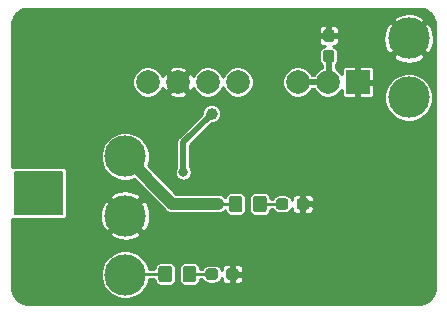
<source format=gbr>
G04 #@! TF.GenerationSoftware,KiCad,Pcbnew,5.1.5-52549c5~86~ubuntu18.04.1*
G04 #@! TF.CreationDate,2020-04-26T14:43:08+02:00*
G04 #@! TF.ProjectId,dcdc_7909,64636463-5f37-4393-9039-2e6b69636164,rev?*
G04 #@! TF.SameCoordinates,Original*
G04 #@! TF.FileFunction,Copper,L2,Bot*
G04 #@! TF.FilePolarity,Positive*
%FSLAX46Y46*%
G04 Gerber Fmt 4.6, Leading zero omitted, Abs format (unit mm)*
G04 Created by KiCad (PCBNEW 5.1.5-52549c5~86~ubuntu18.04.1) date 2020-04-26 14:43:08*
%MOMM*%
%LPD*%
G04 APERTURE LIST*
%ADD10C,2.000000*%
%ADD11R,2.000000X2.000000*%
%ADD12C,0.100000*%
%ADD13C,3.500120*%
%ADD14C,0.700000*%
%ADD15C,0.800000*%
%ADD16C,0.900000*%
%ADD17C,1.000000*%
%ADD18C,0.508000*%
%ADD19C,1.016000*%
%ADD20C,0.254000*%
%ADD21C,0.200000*%
G04 APERTURE END LIST*
D10*
X91122500Y-60706000D03*
X93662500Y-60706000D03*
X96202500Y-60706000D03*
X98742500Y-60706000D03*
X103822500Y-60706000D03*
X106362500Y-60706000D03*
D11*
X108902500Y-60706000D03*
G04 #@! TA.AperFunction,SMDPad,CuDef*
D12*
G36*
X106686779Y-56245144D02*
G01*
X106709834Y-56248563D01*
X106732443Y-56254227D01*
X106754387Y-56262079D01*
X106775457Y-56272044D01*
X106795448Y-56284026D01*
X106814168Y-56297910D01*
X106831438Y-56313562D01*
X106847090Y-56330832D01*
X106860974Y-56349552D01*
X106872956Y-56369543D01*
X106882921Y-56390613D01*
X106890773Y-56412557D01*
X106896437Y-56435166D01*
X106899856Y-56458221D01*
X106901000Y-56481500D01*
X106901000Y-57056500D01*
X106899856Y-57079779D01*
X106896437Y-57102834D01*
X106890773Y-57125443D01*
X106882921Y-57147387D01*
X106872956Y-57168457D01*
X106860974Y-57188448D01*
X106847090Y-57207168D01*
X106831438Y-57224438D01*
X106814168Y-57240090D01*
X106795448Y-57253974D01*
X106775457Y-57265956D01*
X106754387Y-57275921D01*
X106732443Y-57283773D01*
X106709834Y-57289437D01*
X106686779Y-57292856D01*
X106663500Y-57294000D01*
X106188500Y-57294000D01*
X106165221Y-57292856D01*
X106142166Y-57289437D01*
X106119557Y-57283773D01*
X106097613Y-57275921D01*
X106076543Y-57265956D01*
X106056552Y-57253974D01*
X106037832Y-57240090D01*
X106020562Y-57224438D01*
X106004910Y-57207168D01*
X105991026Y-57188448D01*
X105979044Y-57168457D01*
X105969079Y-57147387D01*
X105961227Y-57125443D01*
X105955563Y-57102834D01*
X105952144Y-57079779D01*
X105951000Y-57056500D01*
X105951000Y-56481500D01*
X105952144Y-56458221D01*
X105955563Y-56435166D01*
X105961227Y-56412557D01*
X105969079Y-56390613D01*
X105979044Y-56369543D01*
X105991026Y-56349552D01*
X106004910Y-56330832D01*
X106020562Y-56313562D01*
X106037832Y-56297910D01*
X106056552Y-56284026D01*
X106076543Y-56272044D01*
X106097613Y-56262079D01*
X106119557Y-56254227D01*
X106142166Y-56248563D01*
X106165221Y-56245144D01*
X106188500Y-56244000D01*
X106663500Y-56244000D01*
X106686779Y-56245144D01*
G37*
G04 #@! TD.AperFunction*
G04 #@! TA.AperFunction,SMDPad,CuDef*
G36*
X106686779Y-57995144D02*
G01*
X106709834Y-57998563D01*
X106732443Y-58004227D01*
X106754387Y-58012079D01*
X106775457Y-58022044D01*
X106795448Y-58034026D01*
X106814168Y-58047910D01*
X106831438Y-58063562D01*
X106847090Y-58080832D01*
X106860974Y-58099552D01*
X106872956Y-58119543D01*
X106882921Y-58140613D01*
X106890773Y-58162557D01*
X106896437Y-58185166D01*
X106899856Y-58208221D01*
X106901000Y-58231500D01*
X106901000Y-58806500D01*
X106899856Y-58829779D01*
X106896437Y-58852834D01*
X106890773Y-58875443D01*
X106882921Y-58897387D01*
X106872956Y-58918457D01*
X106860974Y-58938448D01*
X106847090Y-58957168D01*
X106831438Y-58974438D01*
X106814168Y-58990090D01*
X106795448Y-59003974D01*
X106775457Y-59015956D01*
X106754387Y-59025921D01*
X106732443Y-59033773D01*
X106709834Y-59039437D01*
X106686779Y-59042856D01*
X106663500Y-59044000D01*
X106188500Y-59044000D01*
X106165221Y-59042856D01*
X106142166Y-59039437D01*
X106119557Y-59033773D01*
X106097613Y-59025921D01*
X106076543Y-59015956D01*
X106056552Y-59003974D01*
X106037832Y-58990090D01*
X106020562Y-58974438D01*
X106004910Y-58957168D01*
X105991026Y-58938448D01*
X105979044Y-58918457D01*
X105969079Y-58897387D01*
X105961227Y-58875443D01*
X105955563Y-58852834D01*
X105952144Y-58829779D01*
X105951000Y-58806500D01*
X105951000Y-58231500D01*
X105952144Y-58208221D01*
X105955563Y-58185166D01*
X105961227Y-58162557D01*
X105969079Y-58140613D01*
X105979044Y-58119543D01*
X105991026Y-58099552D01*
X106004910Y-58080832D01*
X106020562Y-58063562D01*
X106037832Y-58047910D01*
X106056552Y-58034026D01*
X106076543Y-58022044D01*
X106097613Y-58012079D01*
X106119557Y-58004227D01*
X106142166Y-57998563D01*
X106165221Y-57995144D01*
X106188500Y-57994000D01*
X106663500Y-57994000D01*
X106686779Y-57995144D01*
G37*
G04 #@! TD.AperFunction*
G04 #@! TA.AperFunction,SMDPad,CuDef*
G36*
X102799779Y-70552144D02*
G01*
X102822834Y-70555563D01*
X102845443Y-70561227D01*
X102867387Y-70569079D01*
X102888457Y-70579044D01*
X102908448Y-70591026D01*
X102927168Y-70604910D01*
X102944438Y-70620562D01*
X102960090Y-70637832D01*
X102973974Y-70656552D01*
X102985956Y-70676543D01*
X102995921Y-70697613D01*
X103003773Y-70719557D01*
X103009437Y-70742166D01*
X103012856Y-70765221D01*
X103014000Y-70788500D01*
X103014000Y-71263500D01*
X103012856Y-71286779D01*
X103009437Y-71309834D01*
X103003773Y-71332443D01*
X102995921Y-71354387D01*
X102985956Y-71375457D01*
X102973974Y-71395448D01*
X102960090Y-71414168D01*
X102944438Y-71431438D01*
X102927168Y-71447090D01*
X102908448Y-71460974D01*
X102888457Y-71472956D01*
X102867387Y-71482921D01*
X102845443Y-71490773D01*
X102822834Y-71496437D01*
X102799779Y-71499856D01*
X102776500Y-71501000D01*
X102201500Y-71501000D01*
X102178221Y-71499856D01*
X102155166Y-71496437D01*
X102132557Y-71490773D01*
X102110613Y-71482921D01*
X102089543Y-71472956D01*
X102069552Y-71460974D01*
X102050832Y-71447090D01*
X102033562Y-71431438D01*
X102017910Y-71414168D01*
X102004026Y-71395448D01*
X101992044Y-71375457D01*
X101982079Y-71354387D01*
X101974227Y-71332443D01*
X101968563Y-71309834D01*
X101965144Y-71286779D01*
X101964000Y-71263500D01*
X101964000Y-70788500D01*
X101965144Y-70765221D01*
X101968563Y-70742166D01*
X101974227Y-70719557D01*
X101982079Y-70697613D01*
X101992044Y-70676543D01*
X102004026Y-70656552D01*
X102017910Y-70637832D01*
X102033562Y-70620562D01*
X102050832Y-70604910D01*
X102069552Y-70591026D01*
X102089543Y-70579044D01*
X102110613Y-70569079D01*
X102132557Y-70561227D01*
X102155166Y-70555563D01*
X102178221Y-70552144D01*
X102201500Y-70551000D01*
X102776500Y-70551000D01*
X102799779Y-70552144D01*
G37*
G04 #@! TD.AperFunction*
G04 #@! TA.AperFunction,SMDPad,CuDef*
G36*
X104549779Y-70552144D02*
G01*
X104572834Y-70555563D01*
X104595443Y-70561227D01*
X104617387Y-70569079D01*
X104638457Y-70579044D01*
X104658448Y-70591026D01*
X104677168Y-70604910D01*
X104694438Y-70620562D01*
X104710090Y-70637832D01*
X104723974Y-70656552D01*
X104735956Y-70676543D01*
X104745921Y-70697613D01*
X104753773Y-70719557D01*
X104759437Y-70742166D01*
X104762856Y-70765221D01*
X104764000Y-70788500D01*
X104764000Y-71263500D01*
X104762856Y-71286779D01*
X104759437Y-71309834D01*
X104753773Y-71332443D01*
X104745921Y-71354387D01*
X104735956Y-71375457D01*
X104723974Y-71395448D01*
X104710090Y-71414168D01*
X104694438Y-71431438D01*
X104677168Y-71447090D01*
X104658448Y-71460974D01*
X104638457Y-71472956D01*
X104617387Y-71482921D01*
X104595443Y-71490773D01*
X104572834Y-71496437D01*
X104549779Y-71499856D01*
X104526500Y-71501000D01*
X103951500Y-71501000D01*
X103928221Y-71499856D01*
X103905166Y-71496437D01*
X103882557Y-71490773D01*
X103860613Y-71482921D01*
X103839543Y-71472956D01*
X103819552Y-71460974D01*
X103800832Y-71447090D01*
X103783562Y-71431438D01*
X103767910Y-71414168D01*
X103754026Y-71395448D01*
X103742044Y-71375457D01*
X103732079Y-71354387D01*
X103724227Y-71332443D01*
X103718563Y-71309834D01*
X103715144Y-71286779D01*
X103714000Y-71263500D01*
X103714000Y-70788500D01*
X103715144Y-70765221D01*
X103718563Y-70742166D01*
X103724227Y-70719557D01*
X103732079Y-70697613D01*
X103742044Y-70676543D01*
X103754026Y-70656552D01*
X103767910Y-70637832D01*
X103783562Y-70620562D01*
X103800832Y-70604910D01*
X103819552Y-70591026D01*
X103839543Y-70579044D01*
X103860613Y-70569079D01*
X103882557Y-70561227D01*
X103905166Y-70555563D01*
X103928221Y-70552144D01*
X103951500Y-70551000D01*
X104526500Y-70551000D01*
X104549779Y-70552144D01*
G37*
G04 #@! TD.AperFunction*
G04 #@! TA.AperFunction,SMDPad,CuDef*
G36*
X98580779Y-76488144D02*
G01*
X98603834Y-76491563D01*
X98626443Y-76497227D01*
X98648387Y-76505079D01*
X98669457Y-76515044D01*
X98689448Y-76527026D01*
X98708168Y-76540910D01*
X98725438Y-76556562D01*
X98741090Y-76573832D01*
X98754974Y-76592552D01*
X98766956Y-76612543D01*
X98776921Y-76633613D01*
X98784773Y-76655557D01*
X98790437Y-76678166D01*
X98793856Y-76701221D01*
X98795000Y-76724500D01*
X98795000Y-77199500D01*
X98793856Y-77222779D01*
X98790437Y-77245834D01*
X98784773Y-77268443D01*
X98776921Y-77290387D01*
X98766956Y-77311457D01*
X98754974Y-77331448D01*
X98741090Y-77350168D01*
X98725438Y-77367438D01*
X98708168Y-77383090D01*
X98689448Y-77396974D01*
X98669457Y-77408956D01*
X98648387Y-77418921D01*
X98626443Y-77426773D01*
X98603834Y-77432437D01*
X98580779Y-77435856D01*
X98557500Y-77437000D01*
X97982500Y-77437000D01*
X97959221Y-77435856D01*
X97936166Y-77432437D01*
X97913557Y-77426773D01*
X97891613Y-77418921D01*
X97870543Y-77408956D01*
X97850552Y-77396974D01*
X97831832Y-77383090D01*
X97814562Y-77367438D01*
X97798910Y-77350168D01*
X97785026Y-77331448D01*
X97773044Y-77311457D01*
X97763079Y-77290387D01*
X97755227Y-77268443D01*
X97749563Y-77245834D01*
X97746144Y-77222779D01*
X97745000Y-77199500D01*
X97745000Y-76724500D01*
X97746144Y-76701221D01*
X97749563Y-76678166D01*
X97755227Y-76655557D01*
X97763079Y-76633613D01*
X97773044Y-76612543D01*
X97785026Y-76592552D01*
X97798910Y-76573832D01*
X97814562Y-76556562D01*
X97831832Y-76540910D01*
X97850552Y-76527026D01*
X97870543Y-76515044D01*
X97891613Y-76505079D01*
X97913557Y-76497227D01*
X97936166Y-76491563D01*
X97959221Y-76488144D01*
X97982500Y-76487000D01*
X98557500Y-76487000D01*
X98580779Y-76488144D01*
G37*
G04 #@! TD.AperFunction*
G04 #@! TA.AperFunction,SMDPad,CuDef*
G36*
X96830779Y-76488144D02*
G01*
X96853834Y-76491563D01*
X96876443Y-76497227D01*
X96898387Y-76505079D01*
X96919457Y-76515044D01*
X96939448Y-76527026D01*
X96958168Y-76540910D01*
X96975438Y-76556562D01*
X96991090Y-76573832D01*
X97004974Y-76592552D01*
X97016956Y-76612543D01*
X97026921Y-76633613D01*
X97034773Y-76655557D01*
X97040437Y-76678166D01*
X97043856Y-76701221D01*
X97045000Y-76724500D01*
X97045000Y-77199500D01*
X97043856Y-77222779D01*
X97040437Y-77245834D01*
X97034773Y-77268443D01*
X97026921Y-77290387D01*
X97016956Y-77311457D01*
X97004974Y-77331448D01*
X96991090Y-77350168D01*
X96975438Y-77367438D01*
X96958168Y-77383090D01*
X96939448Y-77396974D01*
X96919457Y-77408956D01*
X96898387Y-77418921D01*
X96876443Y-77426773D01*
X96853834Y-77432437D01*
X96830779Y-77435856D01*
X96807500Y-77437000D01*
X96232500Y-77437000D01*
X96209221Y-77435856D01*
X96186166Y-77432437D01*
X96163557Y-77426773D01*
X96141613Y-77418921D01*
X96120543Y-77408956D01*
X96100552Y-77396974D01*
X96081832Y-77383090D01*
X96064562Y-77367438D01*
X96048910Y-77350168D01*
X96035026Y-77331448D01*
X96023044Y-77311457D01*
X96013079Y-77290387D01*
X96005227Y-77268443D01*
X95999563Y-77245834D01*
X95996144Y-77222779D01*
X95995000Y-77199500D01*
X95995000Y-76724500D01*
X95996144Y-76701221D01*
X95999563Y-76678166D01*
X96005227Y-76655557D01*
X96013079Y-76633613D01*
X96023044Y-76612543D01*
X96035026Y-76592552D01*
X96048910Y-76573832D01*
X96064562Y-76556562D01*
X96081832Y-76540910D01*
X96100552Y-76527026D01*
X96120543Y-76515044D01*
X96141613Y-76505079D01*
X96163557Y-76497227D01*
X96186166Y-76491563D01*
X96209221Y-76488144D01*
X96232500Y-76487000D01*
X96807500Y-76487000D01*
X96830779Y-76488144D01*
G37*
G04 #@! TD.AperFunction*
D13*
X113200000Y-62010000D03*
X113200000Y-57010000D03*
X89200000Y-67010000D03*
X89200000Y-72010000D03*
X89200000Y-77010000D03*
G04 #@! TA.AperFunction,SMDPad,CuDef*
D12*
G36*
X100951505Y-70327204D02*
G01*
X100975773Y-70330804D01*
X100999572Y-70336765D01*
X101022671Y-70345030D01*
X101044850Y-70355520D01*
X101065893Y-70368132D01*
X101085599Y-70382747D01*
X101103777Y-70399223D01*
X101120253Y-70417401D01*
X101134868Y-70437107D01*
X101147480Y-70458150D01*
X101157970Y-70480329D01*
X101166235Y-70503428D01*
X101172196Y-70527227D01*
X101175796Y-70551495D01*
X101177000Y-70575999D01*
X101177000Y-71476001D01*
X101175796Y-71500505D01*
X101172196Y-71524773D01*
X101166235Y-71548572D01*
X101157970Y-71571671D01*
X101147480Y-71593850D01*
X101134868Y-71614893D01*
X101120253Y-71634599D01*
X101103777Y-71652777D01*
X101085599Y-71669253D01*
X101065893Y-71683868D01*
X101044850Y-71696480D01*
X101022671Y-71706970D01*
X100999572Y-71715235D01*
X100975773Y-71721196D01*
X100951505Y-71724796D01*
X100927001Y-71726000D01*
X100276999Y-71726000D01*
X100252495Y-71724796D01*
X100228227Y-71721196D01*
X100204428Y-71715235D01*
X100181329Y-71706970D01*
X100159150Y-71696480D01*
X100138107Y-71683868D01*
X100118401Y-71669253D01*
X100100223Y-71652777D01*
X100083747Y-71634599D01*
X100069132Y-71614893D01*
X100056520Y-71593850D01*
X100046030Y-71571671D01*
X100037765Y-71548572D01*
X100031804Y-71524773D01*
X100028204Y-71500505D01*
X100027000Y-71476001D01*
X100027000Y-70575999D01*
X100028204Y-70551495D01*
X100031804Y-70527227D01*
X100037765Y-70503428D01*
X100046030Y-70480329D01*
X100056520Y-70458150D01*
X100069132Y-70437107D01*
X100083747Y-70417401D01*
X100100223Y-70399223D01*
X100118401Y-70382747D01*
X100138107Y-70368132D01*
X100159150Y-70355520D01*
X100181329Y-70345030D01*
X100204428Y-70336765D01*
X100228227Y-70330804D01*
X100252495Y-70327204D01*
X100276999Y-70326000D01*
X100927001Y-70326000D01*
X100951505Y-70327204D01*
G37*
G04 #@! TD.AperFunction*
G04 #@! TA.AperFunction,SMDPad,CuDef*
G36*
X98901505Y-70327204D02*
G01*
X98925773Y-70330804D01*
X98949572Y-70336765D01*
X98972671Y-70345030D01*
X98994850Y-70355520D01*
X99015893Y-70368132D01*
X99035599Y-70382747D01*
X99053777Y-70399223D01*
X99070253Y-70417401D01*
X99084868Y-70437107D01*
X99097480Y-70458150D01*
X99107970Y-70480329D01*
X99116235Y-70503428D01*
X99122196Y-70527227D01*
X99125796Y-70551495D01*
X99127000Y-70575999D01*
X99127000Y-71476001D01*
X99125796Y-71500505D01*
X99122196Y-71524773D01*
X99116235Y-71548572D01*
X99107970Y-71571671D01*
X99097480Y-71593850D01*
X99084868Y-71614893D01*
X99070253Y-71634599D01*
X99053777Y-71652777D01*
X99035599Y-71669253D01*
X99015893Y-71683868D01*
X98994850Y-71696480D01*
X98972671Y-71706970D01*
X98949572Y-71715235D01*
X98925773Y-71721196D01*
X98901505Y-71724796D01*
X98877001Y-71726000D01*
X98226999Y-71726000D01*
X98202495Y-71724796D01*
X98178227Y-71721196D01*
X98154428Y-71715235D01*
X98131329Y-71706970D01*
X98109150Y-71696480D01*
X98088107Y-71683868D01*
X98068401Y-71669253D01*
X98050223Y-71652777D01*
X98033747Y-71634599D01*
X98019132Y-71614893D01*
X98006520Y-71593850D01*
X97996030Y-71571671D01*
X97987765Y-71548572D01*
X97981804Y-71524773D01*
X97978204Y-71500505D01*
X97977000Y-71476001D01*
X97977000Y-70575999D01*
X97978204Y-70551495D01*
X97981804Y-70527227D01*
X97987765Y-70503428D01*
X97996030Y-70480329D01*
X98006520Y-70458150D01*
X98019132Y-70437107D01*
X98033747Y-70417401D01*
X98050223Y-70399223D01*
X98068401Y-70382747D01*
X98088107Y-70368132D01*
X98109150Y-70355520D01*
X98131329Y-70345030D01*
X98154428Y-70336765D01*
X98178227Y-70330804D01*
X98202495Y-70327204D01*
X98226999Y-70326000D01*
X98877001Y-70326000D01*
X98901505Y-70327204D01*
G37*
G04 #@! TD.AperFunction*
G04 #@! TA.AperFunction,SMDPad,CuDef*
G36*
X94982505Y-76263204D02*
G01*
X95006773Y-76266804D01*
X95030572Y-76272765D01*
X95053671Y-76281030D01*
X95075850Y-76291520D01*
X95096893Y-76304132D01*
X95116599Y-76318747D01*
X95134777Y-76335223D01*
X95151253Y-76353401D01*
X95165868Y-76373107D01*
X95178480Y-76394150D01*
X95188970Y-76416329D01*
X95197235Y-76439428D01*
X95203196Y-76463227D01*
X95206796Y-76487495D01*
X95208000Y-76511999D01*
X95208000Y-77412001D01*
X95206796Y-77436505D01*
X95203196Y-77460773D01*
X95197235Y-77484572D01*
X95188970Y-77507671D01*
X95178480Y-77529850D01*
X95165868Y-77550893D01*
X95151253Y-77570599D01*
X95134777Y-77588777D01*
X95116599Y-77605253D01*
X95096893Y-77619868D01*
X95075850Y-77632480D01*
X95053671Y-77642970D01*
X95030572Y-77651235D01*
X95006773Y-77657196D01*
X94982505Y-77660796D01*
X94958001Y-77662000D01*
X94307999Y-77662000D01*
X94283495Y-77660796D01*
X94259227Y-77657196D01*
X94235428Y-77651235D01*
X94212329Y-77642970D01*
X94190150Y-77632480D01*
X94169107Y-77619868D01*
X94149401Y-77605253D01*
X94131223Y-77588777D01*
X94114747Y-77570599D01*
X94100132Y-77550893D01*
X94087520Y-77529850D01*
X94077030Y-77507671D01*
X94068765Y-77484572D01*
X94062804Y-77460773D01*
X94059204Y-77436505D01*
X94058000Y-77412001D01*
X94058000Y-76511999D01*
X94059204Y-76487495D01*
X94062804Y-76463227D01*
X94068765Y-76439428D01*
X94077030Y-76416329D01*
X94087520Y-76394150D01*
X94100132Y-76373107D01*
X94114747Y-76353401D01*
X94131223Y-76335223D01*
X94149401Y-76318747D01*
X94169107Y-76304132D01*
X94190150Y-76291520D01*
X94212329Y-76281030D01*
X94235428Y-76272765D01*
X94259227Y-76266804D01*
X94283495Y-76263204D01*
X94307999Y-76262000D01*
X94958001Y-76262000D01*
X94982505Y-76263204D01*
G37*
G04 #@! TD.AperFunction*
G04 #@! TA.AperFunction,SMDPad,CuDef*
G36*
X92932505Y-76263204D02*
G01*
X92956773Y-76266804D01*
X92980572Y-76272765D01*
X93003671Y-76281030D01*
X93025850Y-76291520D01*
X93046893Y-76304132D01*
X93066599Y-76318747D01*
X93084777Y-76335223D01*
X93101253Y-76353401D01*
X93115868Y-76373107D01*
X93128480Y-76394150D01*
X93138970Y-76416329D01*
X93147235Y-76439428D01*
X93153196Y-76463227D01*
X93156796Y-76487495D01*
X93158000Y-76511999D01*
X93158000Y-77412001D01*
X93156796Y-77436505D01*
X93153196Y-77460773D01*
X93147235Y-77484572D01*
X93138970Y-77507671D01*
X93128480Y-77529850D01*
X93115868Y-77550893D01*
X93101253Y-77570599D01*
X93084777Y-77588777D01*
X93066599Y-77605253D01*
X93046893Y-77619868D01*
X93025850Y-77632480D01*
X93003671Y-77642970D01*
X92980572Y-77651235D01*
X92956773Y-77657196D01*
X92932505Y-77660796D01*
X92908001Y-77662000D01*
X92257999Y-77662000D01*
X92233495Y-77660796D01*
X92209227Y-77657196D01*
X92185428Y-77651235D01*
X92162329Y-77642970D01*
X92140150Y-77632480D01*
X92119107Y-77619868D01*
X92099401Y-77605253D01*
X92081223Y-77588777D01*
X92064747Y-77570599D01*
X92050132Y-77550893D01*
X92037520Y-77529850D01*
X92027030Y-77507671D01*
X92018765Y-77484572D01*
X92012804Y-77460773D01*
X92009204Y-77436505D01*
X92008000Y-77412001D01*
X92008000Y-76511999D01*
X92009204Y-76487495D01*
X92012804Y-76463227D01*
X92018765Y-76439428D01*
X92027030Y-76416329D01*
X92037520Y-76394150D01*
X92050132Y-76373107D01*
X92064747Y-76353401D01*
X92081223Y-76335223D01*
X92099401Y-76318747D01*
X92119107Y-76304132D01*
X92140150Y-76291520D01*
X92162329Y-76281030D01*
X92185428Y-76272765D01*
X92209227Y-76266804D01*
X92233495Y-76263204D01*
X92257999Y-76262000D01*
X92908001Y-76262000D01*
X92932505Y-76263204D01*
G37*
G04 #@! TD.AperFunction*
D14*
X97790000Y-66929000D03*
X97790000Y-67691000D03*
X96266000Y-66929000D03*
X96266000Y-67691000D03*
X97028000Y-67691000D03*
X97028000Y-66929000D03*
X95504000Y-66929000D03*
X95504000Y-67691000D03*
D15*
X81915000Y-73596500D03*
D14*
X98552000Y-67691000D03*
X98552000Y-66929000D03*
X101600000Y-58420000D03*
X104140000Y-58420000D03*
X104140000Y-55880000D03*
X101600000Y-55880000D03*
X89916000Y-62357000D03*
X92456000Y-63500000D03*
X92456000Y-62357000D03*
X94996000Y-62357000D03*
X94996000Y-63500000D03*
X89916000Y-63500000D03*
X109220000Y-55880000D03*
X99060000Y-55880000D03*
X101600000Y-60960000D03*
X109220000Y-58420000D03*
X104140000Y-63500000D03*
X91440000Y-58420000D03*
X106680000Y-68580000D03*
X106680000Y-66040000D03*
X93980000Y-58420000D03*
X99060000Y-58547000D03*
X109220000Y-66040000D03*
X109220000Y-68580000D03*
X111760000Y-68580000D03*
X114300000Y-68580000D03*
X109220000Y-71120000D03*
X109220000Y-73660000D03*
X109220000Y-76200000D03*
X109220000Y-78740000D03*
X106680000Y-78740000D03*
X106680000Y-76200000D03*
X104140000Y-76200000D03*
X104140000Y-78740000D03*
X101600000Y-78740000D03*
X101600000Y-76200000D03*
X104140000Y-73660000D03*
X86106000Y-58928000D03*
X85090000Y-58928000D03*
X87122000Y-58928000D03*
X88138000Y-58928000D03*
X83566000Y-58928000D03*
X81788000Y-58928000D03*
X80010000Y-58928000D03*
X81788000Y-60198000D03*
X80010000Y-60198000D03*
X80010000Y-61468000D03*
X106680000Y-67310000D03*
X109220000Y-67310000D03*
X105410000Y-68580000D03*
X105410000Y-67310000D03*
X105410000Y-66040000D03*
X105410000Y-64770000D03*
X106680000Y-64770000D03*
X104140000Y-74930000D03*
X109220000Y-74930000D03*
X106680000Y-74930000D03*
X111760000Y-74676000D03*
X114300000Y-74676000D03*
X111760000Y-69850000D03*
X114300000Y-69850000D03*
X109220000Y-69850000D03*
X106680000Y-69850000D03*
X105410000Y-69850000D03*
X80010000Y-65024000D03*
X80010000Y-66294000D03*
X86868000Y-78232000D03*
X93472000Y-74930000D03*
X91948000Y-74930000D03*
X103378000Y-69850000D03*
X102870000Y-63500000D03*
X105410000Y-63500000D03*
X102870000Y-62484000D03*
X104140000Y-62484000D03*
X105410000Y-62484000D03*
X111760000Y-76200000D03*
X111760000Y-78740000D03*
X114300000Y-76200000D03*
X114300000Y-78740000D03*
X88900000Y-56896000D03*
X91440000Y-56896000D03*
X93980000Y-56896000D03*
X101600000Y-77470000D03*
X109220000Y-72390000D03*
X95250000Y-75438000D03*
X96520000Y-75438000D03*
X97790000Y-75438000D03*
X95250000Y-78486000D03*
X96520000Y-78486000D03*
X97790000Y-78486000D03*
X81280000Y-78232000D03*
X80010000Y-78232000D03*
X104140000Y-72390000D03*
X102616000Y-72390000D03*
X102616000Y-73660000D03*
X102616000Y-74930000D03*
D16*
X97028000Y-70993000D03*
D17*
X96520000Y-63373000D03*
D15*
X94107000Y-68326000D03*
D14*
X82994500Y-69659500D03*
X82994500Y-70421500D03*
X82232500Y-70421500D03*
X82232500Y-69659500D03*
X81470500Y-69659500D03*
X81470500Y-70421500D03*
X80708500Y-70421500D03*
X80708500Y-69659500D03*
D18*
X106426000Y-60642500D02*
X106362500Y-60706000D01*
X106426000Y-58519000D02*
X106426000Y-60642500D01*
X106362500Y-60706000D02*
X103822500Y-60706000D01*
X94107000Y-65786000D02*
X96520000Y-63373000D01*
X94107000Y-68326000D02*
X94107000Y-65786000D01*
D19*
X93183000Y-70993000D02*
X89200000Y-67010000D01*
X97028000Y-70993000D02*
X93183000Y-70993000D01*
D20*
X98519000Y-70993000D02*
X98552000Y-71026000D01*
X97028000Y-70993000D02*
X98519000Y-70993000D01*
X89248000Y-76962000D02*
X89200000Y-77010000D01*
X92583000Y-76962000D02*
X89248000Y-76962000D01*
X100602000Y-71026000D02*
X102489000Y-71026000D01*
X94633000Y-76962000D02*
X96520000Y-76962000D01*
G36*
X114284726Y-54500292D02*
G01*
X114494157Y-54550572D01*
X114693152Y-54632999D01*
X114876797Y-54745537D01*
X115040579Y-54885421D01*
X115180463Y-55049203D01*
X115293001Y-55232848D01*
X115375428Y-55431843D01*
X115425708Y-55641274D01*
X115443000Y-55860996D01*
X115443000Y-78124004D01*
X115425708Y-78343726D01*
X115375428Y-78553157D01*
X115293001Y-78752152D01*
X115180463Y-78935797D01*
X115040579Y-79099579D01*
X114876797Y-79239463D01*
X114693152Y-79352001D01*
X114494157Y-79434428D01*
X114284726Y-79484708D01*
X114065004Y-79502000D01*
X81006996Y-79502000D01*
X80787274Y-79484708D01*
X80577843Y-79434428D01*
X80378848Y-79352001D01*
X80195203Y-79239463D01*
X80031421Y-79099579D01*
X79891537Y-78935797D01*
X79778999Y-78752152D01*
X79696572Y-78553157D01*
X79646292Y-78343726D01*
X79629000Y-78124004D01*
X79629000Y-76805427D01*
X87122940Y-76805427D01*
X87122940Y-77214573D01*
X87202760Y-77615856D01*
X87359333Y-77993857D01*
X87586642Y-78334049D01*
X87875951Y-78623358D01*
X88216143Y-78850667D01*
X88594144Y-79007240D01*
X88995427Y-79087060D01*
X89404573Y-79087060D01*
X89805856Y-79007240D01*
X90183857Y-78850667D01*
X90524049Y-78623358D01*
X90813358Y-78334049D01*
X91040667Y-77993857D01*
X91197240Y-77615856D01*
X91236994Y-77416000D01*
X91679812Y-77416000D01*
X91690535Y-77524877D01*
X91723460Y-77633414D01*
X91776926Y-77733443D01*
X91848880Y-77821120D01*
X91936557Y-77893074D01*
X92036586Y-77946540D01*
X92145123Y-77979465D01*
X92257999Y-77990582D01*
X92908001Y-77990582D01*
X93020877Y-77979465D01*
X93129414Y-77946540D01*
X93229443Y-77893074D01*
X93317120Y-77821120D01*
X93389074Y-77733443D01*
X93442540Y-77633414D01*
X93475465Y-77524877D01*
X93486582Y-77412001D01*
X93486582Y-76511999D01*
X93729418Y-76511999D01*
X93729418Y-77412001D01*
X93740535Y-77524877D01*
X93773460Y-77633414D01*
X93826926Y-77733443D01*
X93898880Y-77821120D01*
X93986557Y-77893074D01*
X94086586Y-77946540D01*
X94195123Y-77979465D01*
X94307999Y-77990582D01*
X94958001Y-77990582D01*
X95070877Y-77979465D01*
X95179414Y-77946540D01*
X95279443Y-77893074D01*
X95367120Y-77821120D01*
X95439074Y-77733443D01*
X95492540Y-77633414D01*
X95525465Y-77524877D01*
X95536188Y-77416000D01*
X95709469Y-77416000D01*
X95709508Y-77416130D01*
X95761820Y-77513998D01*
X95832220Y-77599780D01*
X95918002Y-77670180D01*
X96015870Y-77722492D01*
X96122063Y-77754705D01*
X96232500Y-77765582D01*
X96807500Y-77765582D01*
X96917937Y-77754705D01*
X97024130Y-77722492D01*
X97121998Y-77670180D01*
X97207780Y-77599780D01*
X97278180Y-77513998D01*
X97330492Y-77416130D01*
X97362705Y-77309937D01*
X97363114Y-77305787D01*
X97362157Y-77437000D01*
X97369513Y-77511689D01*
X97391299Y-77583508D01*
X97426678Y-77649696D01*
X97474289Y-77707711D01*
X97532304Y-77755322D01*
X97598492Y-77790701D01*
X97670311Y-77812487D01*
X97745000Y-77819843D01*
X98047750Y-77818000D01*
X98143000Y-77722750D01*
X98143000Y-77089000D01*
X98397000Y-77089000D01*
X98397000Y-77722750D01*
X98492250Y-77818000D01*
X98795000Y-77819843D01*
X98869689Y-77812487D01*
X98941508Y-77790701D01*
X99007696Y-77755322D01*
X99065711Y-77707711D01*
X99113322Y-77649696D01*
X99148701Y-77583508D01*
X99170487Y-77511689D01*
X99177843Y-77437000D01*
X99176000Y-77184250D01*
X99080750Y-77089000D01*
X98397000Y-77089000D01*
X98143000Y-77089000D01*
X98123000Y-77089000D01*
X98123000Y-76835000D01*
X98143000Y-76835000D01*
X98143000Y-76201250D01*
X98397000Y-76201250D01*
X98397000Y-76835000D01*
X99080750Y-76835000D01*
X99176000Y-76739750D01*
X99177843Y-76487000D01*
X99170487Y-76412311D01*
X99148701Y-76340492D01*
X99113322Y-76274304D01*
X99065711Y-76216289D01*
X99007696Y-76168678D01*
X98941508Y-76133299D01*
X98869689Y-76111513D01*
X98795000Y-76104157D01*
X98492250Y-76106000D01*
X98397000Y-76201250D01*
X98143000Y-76201250D01*
X98047750Y-76106000D01*
X97745000Y-76104157D01*
X97670311Y-76111513D01*
X97598492Y-76133299D01*
X97532304Y-76168678D01*
X97474289Y-76216289D01*
X97426678Y-76274304D01*
X97391299Y-76340492D01*
X97369513Y-76412311D01*
X97362157Y-76487000D01*
X97363114Y-76618213D01*
X97362705Y-76614063D01*
X97330492Y-76507870D01*
X97278180Y-76410002D01*
X97207780Y-76324220D01*
X97121998Y-76253820D01*
X97024130Y-76201508D01*
X96917937Y-76169295D01*
X96807500Y-76158418D01*
X96232500Y-76158418D01*
X96122063Y-76169295D01*
X96015870Y-76201508D01*
X95918002Y-76253820D01*
X95832220Y-76324220D01*
X95761820Y-76410002D01*
X95709508Y-76507870D01*
X95709469Y-76508000D01*
X95536188Y-76508000D01*
X95525465Y-76399123D01*
X95492540Y-76290586D01*
X95439074Y-76190557D01*
X95367120Y-76102880D01*
X95279443Y-76030926D01*
X95179414Y-75977460D01*
X95070877Y-75944535D01*
X94958001Y-75933418D01*
X94307999Y-75933418D01*
X94195123Y-75944535D01*
X94086586Y-75977460D01*
X93986557Y-76030926D01*
X93898880Y-76102880D01*
X93826926Y-76190557D01*
X93773460Y-76290586D01*
X93740535Y-76399123D01*
X93729418Y-76511999D01*
X93486582Y-76511999D01*
X93475465Y-76399123D01*
X93442540Y-76290586D01*
X93389074Y-76190557D01*
X93317120Y-76102880D01*
X93229443Y-76030926D01*
X93129414Y-75977460D01*
X93020877Y-75944535D01*
X92908001Y-75933418D01*
X92257999Y-75933418D01*
X92145123Y-75944535D01*
X92036586Y-75977460D01*
X91936557Y-76030926D01*
X91848880Y-76102880D01*
X91776926Y-76190557D01*
X91723460Y-76290586D01*
X91690535Y-76399123D01*
X91679812Y-76508000D01*
X91217898Y-76508000D01*
X91197240Y-76404144D01*
X91040667Y-76026143D01*
X90813358Y-75685951D01*
X90524049Y-75396642D01*
X90183857Y-75169333D01*
X89805856Y-75012760D01*
X89404573Y-74932940D01*
X88995427Y-74932940D01*
X88594144Y-75012760D01*
X88216143Y-75169333D01*
X87875951Y-75396642D01*
X87586642Y-75685951D01*
X87359333Y-76026143D01*
X87202760Y-76404144D01*
X87122940Y-76805427D01*
X79629000Y-76805427D01*
X79629000Y-73543839D01*
X87845766Y-73543839D01*
X88046294Y-73814005D01*
X88420407Y-74004418D01*
X88824478Y-74118187D01*
X89242980Y-74150939D01*
X89659831Y-74101416D01*
X90059010Y-73971521D01*
X90353706Y-73814005D01*
X90554234Y-73543839D01*
X89200000Y-72189605D01*
X87845766Y-73543839D01*
X79629000Y-73543839D01*
X79629000Y-72287640D01*
X79645504Y-72296462D01*
X79680859Y-72311107D01*
X79742205Y-72329717D01*
X79806000Y-72336000D01*
X83897000Y-72336000D01*
X83960798Y-72329716D01*
X84022141Y-72311107D01*
X84057496Y-72296462D01*
X84114023Y-72266248D01*
X84163576Y-72225582D01*
X84204243Y-72176030D01*
X84234462Y-72119496D01*
X84249107Y-72084141D01*
X84258560Y-72052980D01*
X87059061Y-72052980D01*
X87108584Y-72469831D01*
X87238479Y-72869010D01*
X87395995Y-73163706D01*
X87666161Y-73364234D01*
X89020395Y-72010000D01*
X89379605Y-72010000D01*
X90733839Y-73364234D01*
X91004005Y-73163706D01*
X91194418Y-72789593D01*
X91308187Y-72385522D01*
X91340939Y-71967020D01*
X91291416Y-71550169D01*
X91161521Y-71150990D01*
X91004005Y-70856294D01*
X90733839Y-70655766D01*
X89379605Y-72010000D01*
X89020395Y-72010000D01*
X87666161Y-70655766D01*
X87395995Y-70856294D01*
X87205582Y-71230407D01*
X87091813Y-71634478D01*
X87059061Y-72052980D01*
X84258560Y-72052980D01*
X84267717Y-72022795D01*
X84274000Y-71959000D01*
X84274000Y-70476161D01*
X87845766Y-70476161D01*
X89200000Y-71830395D01*
X90554234Y-70476161D01*
X90353706Y-70205995D01*
X89979593Y-70015582D01*
X89575522Y-69901813D01*
X89157020Y-69869061D01*
X88740169Y-69918584D01*
X88340990Y-70048479D01*
X88046294Y-70205995D01*
X87845766Y-70476161D01*
X84274000Y-70476161D01*
X84274000Y-68249000D01*
X84267716Y-68185202D01*
X84249107Y-68123859D01*
X84234462Y-68088504D01*
X84204248Y-68031977D01*
X84163582Y-67982424D01*
X84114030Y-67941757D01*
X84057496Y-67911538D01*
X84022141Y-67896893D01*
X83960795Y-67878283D01*
X83897000Y-67872000D01*
X79806000Y-67872000D01*
X79742202Y-67878284D01*
X79680859Y-67896893D01*
X79645504Y-67911538D01*
X79629000Y-67920359D01*
X79629000Y-66805427D01*
X87122940Y-66805427D01*
X87122940Y-67214573D01*
X87202760Y-67615856D01*
X87359333Y-67993857D01*
X87586642Y-68334049D01*
X87875951Y-68623358D01*
X88216143Y-68850667D01*
X88594144Y-69007240D01*
X88995427Y-69087060D01*
X89404573Y-69087060D01*
X89805856Y-69007240D01*
X89954714Y-68945581D01*
X92563563Y-71554432D01*
X92589709Y-71586291D01*
X92716854Y-71690636D01*
X92861913Y-71768172D01*
X93019311Y-71815918D01*
X93141981Y-71828000D01*
X93141982Y-71828000D01*
X93183000Y-71832040D01*
X93224018Y-71828000D01*
X97069019Y-71828000D01*
X97191689Y-71815918D01*
X97349087Y-71768172D01*
X97494146Y-71690636D01*
X97621291Y-71586291D01*
X97655210Y-71544961D01*
X97659535Y-71588877D01*
X97692460Y-71697414D01*
X97745926Y-71797443D01*
X97817880Y-71885120D01*
X97905557Y-71957074D01*
X98005586Y-72010540D01*
X98114123Y-72043465D01*
X98226999Y-72054582D01*
X98877001Y-72054582D01*
X98989877Y-72043465D01*
X99098414Y-72010540D01*
X99198443Y-71957074D01*
X99286120Y-71885120D01*
X99358074Y-71797443D01*
X99411540Y-71697414D01*
X99444465Y-71588877D01*
X99455582Y-71476001D01*
X99455582Y-70575999D01*
X99698418Y-70575999D01*
X99698418Y-71476001D01*
X99709535Y-71588877D01*
X99742460Y-71697414D01*
X99795926Y-71797443D01*
X99867880Y-71885120D01*
X99955557Y-71957074D01*
X100055586Y-72010540D01*
X100164123Y-72043465D01*
X100276999Y-72054582D01*
X100927001Y-72054582D01*
X101039877Y-72043465D01*
X101148414Y-72010540D01*
X101248443Y-71957074D01*
X101336120Y-71885120D01*
X101408074Y-71797443D01*
X101461540Y-71697414D01*
X101494465Y-71588877D01*
X101505188Y-71480000D01*
X101678469Y-71480000D01*
X101678508Y-71480130D01*
X101730820Y-71577998D01*
X101801220Y-71663780D01*
X101887002Y-71734180D01*
X101984870Y-71786492D01*
X102091063Y-71818705D01*
X102201500Y-71829582D01*
X102776500Y-71829582D01*
X102886937Y-71818705D01*
X102993130Y-71786492D01*
X103090998Y-71734180D01*
X103176780Y-71663780D01*
X103247180Y-71577998D01*
X103299492Y-71480130D01*
X103331705Y-71373937D01*
X103332114Y-71369787D01*
X103331157Y-71501000D01*
X103338513Y-71575689D01*
X103360299Y-71647508D01*
X103395678Y-71713696D01*
X103443289Y-71771711D01*
X103501304Y-71819322D01*
X103567492Y-71854701D01*
X103639311Y-71876487D01*
X103714000Y-71883843D01*
X104016750Y-71882000D01*
X104112000Y-71786750D01*
X104112000Y-71153000D01*
X104366000Y-71153000D01*
X104366000Y-71786750D01*
X104461250Y-71882000D01*
X104764000Y-71883843D01*
X104838689Y-71876487D01*
X104910508Y-71854701D01*
X104976696Y-71819322D01*
X105034711Y-71771711D01*
X105082322Y-71713696D01*
X105117701Y-71647508D01*
X105139487Y-71575689D01*
X105146843Y-71501000D01*
X105145000Y-71248250D01*
X105049750Y-71153000D01*
X104366000Y-71153000D01*
X104112000Y-71153000D01*
X104092000Y-71153000D01*
X104092000Y-70899000D01*
X104112000Y-70899000D01*
X104112000Y-70265250D01*
X104366000Y-70265250D01*
X104366000Y-70899000D01*
X105049750Y-70899000D01*
X105145000Y-70803750D01*
X105146843Y-70551000D01*
X105139487Y-70476311D01*
X105117701Y-70404492D01*
X105082322Y-70338304D01*
X105034711Y-70280289D01*
X104976696Y-70232678D01*
X104910508Y-70197299D01*
X104838689Y-70175513D01*
X104764000Y-70168157D01*
X104461250Y-70170000D01*
X104366000Y-70265250D01*
X104112000Y-70265250D01*
X104016750Y-70170000D01*
X103714000Y-70168157D01*
X103639311Y-70175513D01*
X103567492Y-70197299D01*
X103501304Y-70232678D01*
X103443289Y-70280289D01*
X103395678Y-70338304D01*
X103360299Y-70404492D01*
X103338513Y-70476311D01*
X103331157Y-70551000D01*
X103332114Y-70682213D01*
X103331705Y-70678063D01*
X103299492Y-70571870D01*
X103247180Y-70474002D01*
X103176780Y-70388220D01*
X103090998Y-70317820D01*
X102993130Y-70265508D01*
X102886937Y-70233295D01*
X102776500Y-70222418D01*
X102201500Y-70222418D01*
X102091063Y-70233295D01*
X101984870Y-70265508D01*
X101887002Y-70317820D01*
X101801220Y-70388220D01*
X101730820Y-70474002D01*
X101678508Y-70571870D01*
X101678469Y-70572000D01*
X101505188Y-70572000D01*
X101494465Y-70463123D01*
X101461540Y-70354586D01*
X101408074Y-70254557D01*
X101336120Y-70166880D01*
X101248443Y-70094926D01*
X101148414Y-70041460D01*
X101039877Y-70008535D01*
X100927001Y-69997418D01*
X100276999Y-69997418D01*
X100164123Y-70008535D01*
X100055586Y-70041460D01*
X99955557Y-70094926D01*
X99867880Y-70166880D01*
X99795926Y-70254557D01*
X99742460Y-70354586D01*
X99709535Y-70463123D01*
X99698418Y-70575999D01*
X99455582Y-70575999D01*
X99444465Y-70463123D01*
X99411540Y-70354586D01*
X99358074Y-70254557D01*
X99286120Y-70166880D01*
X99198443Y-70094926D01*
X99098414Y-70041460D01*
X98989877Y-70008535D01*
X98877001Y-69997418D01*
X98226999Y-69997418D01*
X98114123Y-70008535D01*
X98005586Y-70041460D01*
X97905557Y-70094926D01*
X97817880Y-70166880D01*
X97745926Y-70254557D01*
X97692460Y-70354586D01*
X97663259Y-70450847D01*
X97621291Y-70399709D01*
X97494146Y-70295364D01*
X97349087Y-70217828D01*
X97191689Y-70170082D01*
X97069019Y-70158000D01*
X93528869Y-70158000D01*
X91625265Y-68254397D01*
X93380000Y-68254397D01*
X93380000Y-68397603D01*
X93407938Y-68538058D01*
X93462741Y-68670364D01*
X93542302Y-68789436D01*
X93643564Y-68890698D01*
X93762636Y-68970259D01*
X93894942Y-69025062D01*
X94035397Y-69053000D01*
X94178603Y-69053000D01*
X94319058Y-69025062D01*
X94451364Y-68970259D01*
X94570436Y-68890698D01*
X94671698Y-68789436D01*
X94751259Y-68670364D01*
X94806062Y-68538058D01*
X94834000Y-68397603D01*
X94834000Y-68254397D01*
X94806062Y-68113942D01*
X94751259Y-67981636D01*
X94688000Y-67886962D01*
X94688000Y-66026657D01*
X96514658Y-64200000D01*
X96601452Y-64200000D01*
X96761227Y-64168218D01*
X96911731Y-64105877D01*
X97047181Y-64015372D01*
X97162372Y-63900181D01*
X97252877Y-63764731D01*
X97315218Y-63614227D01*
X97347000Y-63454452D01*
X97347000Y-63291548D01*
X97315218Y-63131773D01*
X97252877Y-62981269D01*
X97162372Y-62845819D01*
X97047181Y-62730628D01*
X96911731Y-62640123D01*
X96761227Y-62577782D01*
X96601452Y-62546000D01*
X96438548Y-62546000D01*
X96278773Y-62577782D01*
X96128269Y-62640123D01*
X95992819Y-62730628D01*
X95877628Y-62845819D01*
X95787123Y-62981269D01*
X95724782Y-63131773D01*
X95693000Y-63291548D01*
X95693000Y-63378342D01*
X93716356Y-65354987D01*
X93694184Y-65373183D01*
X93675991Y-65395352D01*
X93621579Y-65461653D01*
X93567629Y-65562586D01*
X93534407Y-65672105D01*
X93523189Y-65786000D01*
X93526001Y-65814550D01*
X93526000Y-67886962D01*
X93462741Y-67981636D01*
X93407938Y-68113942D01*
X93380000Y-68254397D01*
X91625265Y-68254397D01*
X91135581Y-67764714D01*
X91197240Y-67615856D01*
X91277060Y-67214573D01*
X91277060Y-66805427D01*
X91197240Y-66404144D01*
X91040667Y-66026143D01*
X90813358Y-65685951D01*
X90524049Y-65396642D01*
X90183857Y-65169333D01*
X89805856Y-65012760D01*
X89404573Y-64932940D01*
X88995427Y-64932940D01*
X88594144Y-65012760D01*
X88216143Y-65169333D01*
X87875951Y-65396642D01*
X87586642Y-65685951D01*
X87359333Y-66026143D01*
X87202760Y-66404144D01*
X87122940Y-66805427D01*
X79629000Y-66805427D01*
X79629000Y-60575302D01*
X89795500Y-60575302D01*
X89795500Y-60836698D01*
X89846496Y-61093072D01*
X89946528Y-61334570D01*
X90091752Y-61551913D01*
X90276587Y-61736748D01*
X90493930Y-61881972D01*
X90735428Y-61982004D01*
X90991802Y-62033000D01*
X91253198Y-62033000D01*
X91509572Y-61982004D01*
X91751070Y-61881972D01*
X91968413Y-61736748D01*
X91999894Y-61705267D01*
X92842838Y-61705267D01*
X92953010Y-61898596D01*
X93199306Y-62014095D01*
X93463403Y-62079324D01*
X93735151Y-62091778D01*
X94004107Y-62050977D01*
X94259935Y-61958490D01*
X94371990Y-61898596D01*
X94482162Y-61705267D01*
X93662500Y-60885605D01*
X92842838Y-61705267D01*
X91999894Y-61705267D01*
X92153248Y-61551913D01*
X92298472Y-61334570D01*
X92364040Y-61176276D01*
X92410010Y-61303435D01*
X92469904Y-61415490D01*
X92663233Y-61525662D01*
X93482895Y-60706000D01*
X93842105Y-60706000D01*
X94661767Y-61525662D01*
X94855096Y-61415490D01*
X94963921Y-61183425D01*
X95026528Y-61334570D01*
X95171752Y-61551913D01*
X95356587Y-61736748D01*
X95573930Y-61881972D01*
X95815428Y-61982004D01*
X96071802Y-62033000D01*
X96333198Y-62033000D01*
X96589572Y-61982004D01*
X96831070Y-61881972D01*
X97048413Y-61736748D01*
X97233248Y-61551913D01*
X97378472Y-61334570D01*
X97472500Y-61107567D01*
X97566528Y-61334570D01*
X97711752Y-61551913D01*
X97896587Y-61736748D01*
X98113930Y-61881972D01*
X98355428Y-61982004D01*
X98611802Y-62033000D01*
X98873198Y-62033000D01*
X99129572Y-61982004D01*
X99371070Y-61881972D01*
X99588413Y-61736748D01*
X99773248Y-61551913D01*
X99918472Y-61334570D01*
X100018504Y-61093072D01*
X100069500Y-60836698D01*
X100069500Y-60575302D01*
X102495500Y-60575302D01*
X102495500Y-60836698D01*
X102546496Y-61093072D01*
X102646528Y-61334570D01*
X102791752Y-61551913D01*
X102976587Y-61736748D01*
X103193930Y-61881972D01*
X103435428Y-61982004D01*
X103691802Y-62033000D01*
X103953198Y-62033000D01*
X104209572Y-61982004D01*
X104451070Y-61881972D01*
X104668413Y-61736748D01*
X104853248Y-61551913D01*
X104998472Y-61334570D01*
X105018176Y-61287000D01*
X105166824Y-61287000D01*
X105186528Y-61334570D01*
X105331752Y-61551913D01*
X105516587Y-61736748D01*
X105733930Y-61881972D01*
X105975428Y-61982004D01*
X106231802Y-62033000D01*
X106493198Y-62033000D01*
X106749572Y-61982004D01*
X106991070Y-61881972D01*
X107208413Y-61736748D01*
X107393248Y-61551913D01*
X107520473Y-61361507D01*
X107519657Y-61706000D01*
X107527013Y-61780689D01*
X107548799Y-61852508D01*
X107584178Y-61918696D01*
X107631789Y-61976711D01*
X107689804Y-62024322D01*
X107755992Y-62059701D01*
X107827811Y-62081487D01*
X107902500Y-62088843D01*
X108680250Y-62087000D01*
X108775500Y-61991750D01*
X108775500Y-60833000D01*
X109029500Y-60833000D01*
X109029500Y-61991750D01*
X109124750Y-62087000D01*
X109902500Y-62088843D01*
X109977189Y-62081487D01*
X110049008Y-62059701D01*
X110115196Y-62024322D01*
X110173211Y-61976711D01*
X110220822Y-61918696D01*
X110256201Y-61852508D01*
X110270482Y-61805427D01*
X111122940Y-61805427D01*
X111122940Y-62214573D01*
X111202760Y-62615856D01*
X111359333Y-62993857D01*
X111586642Y-63334049D01*
X111875951Y-63623358D01*
X112216143Y-63850667D01*
X112594144Y-64007240D01*
X112995427Y-64087060D01*
X113404573Y-64087060D01*
X113805856Y-64007240D01*
X114183857Y-63850667D01*
X114524049Y-63623358D01*
X114813358Y-63334049D01*
X115040667Y-62993857D01*
X115197240Y-62615856D01*
X115277060Y-62214573D01*
X115277060Y-61805427D01*
X115197240Y-61404144D01*
X115040667Y-61026143D01*
X114813358Y-60685951D01*
X114524049Y-60396642D01*
X114183857Y-60169333D01*
X113805856Y-60012760D01*
X113404573Y-59932940D01*
X112995427Y-59932940D01*
X112594144Y-60012760D01*
X112216143Y-60169333D01*
X111875951Y-60396642D01*
X111586642Y-60685951D01*
X111359333Y-61026143D01*
X111202760Y-61404144D01*
X111122940Y-61805427D01*
X110270482Y-61805427D01*
X110277987Y-61780689D01*
X110285343Y-61706000D01*
X110283500Y-60928250D01*
X110188250Y-60833000D01*
X109029500Y-60833000D01*
X108775500Y-60833000D01*
X108755500Y-60833000D01*
X108755500Y-60579000D01*
X108775500Y-60579000D01*
X108775500Y-59420250D01*
X109029500Y-59420250D01*
X109029500Y-60579000D01*
X110188250Y-60579000D01*
X110283500Y-60483750D01*
X110285343Y-59706000D01*
X110277987Y-59631311D01*
X110256201Y-59559492D01*
X110220822Y-59493304D01*
X110173211Y-59435289D01*
X110115196Y-59387678D01*
X110049008Y-59352299D01*
X109977189Y-59330513D01*
X109902500Y-59323157D01*
X109124750Y-59325000D01*
X109029500Y-59420250D01*
X108775500Y-59420250D01*
X108680250Y-59325000D01*
X107902500Y-59323157D01*
X107827811Y-59330513D01*
X107755992Y-59352299D01*
X107689804Y-59387678D01*
X107631789Y-59435289D01*
X107584178Y-59493304D01*
X107548799Y-59559492D01*
X107527013Y-59631311D01*
X107519657Y-59706000D01*
X107520473Y-60050493D01*
X107393248Y-59860087D01*
X107208413Y-59675252D01*
X107007000Y-59540672D01*
X107007000Y-59253378D01*
X107063780Y-59206780D01*
X107134180Y-59120998D01*
X107186492Y-59023130D01*
X107218705Y-58916937D01*
X107229582Y-58806500D01*
X107229582Y-58543839D01*
X111845766Y-58543839D01*
X112046294Y-58814005D01*
X112420407Y-59004418D01*
X112824478Y-59118187D01*
X113242980Y-59150939D01*
X113659831Y-59101416D01*
X114059010Y-58971521D01*
X114353706Y-58814005D01*
X114554234Y-58543839D01*
X113200000Y-57189605D01*
X111845766Y-58543839D01*
X107229582Y-58543839D01*
X107229582Y-58231500D01*
X107218705Y-58121063D01*
X107186492Y-58014870D01*
X107134180Y-57917002D01*
X107063780Y-57831220D01*
X106977998Y-57760820D01*
X106880130Y-57708508D01*
X106773937Y-57676295D01*
X106769787Y-57675886D01*
X106901000Y-57676843D01*
X106975689Y-57669487D01*
X107047508Y-57647701D01*
X107113696Y-57612322D01*
X107171711Y-57564711D01*
X107219322Y-57506696D01*
X107254701Y-57440508D01*
X107276487Y-57368689D01*
X107283843Y-57294000D01*
X107282376Y-57052980D01*
X111059061Y-57052980D01*
X111108584Y-57469831D01*
X111238479Y-57869010D01*
X111395995Y-58163706D01*
X111666161Y-58364234D01*
X113020395Y-57010000D01*
X113379605Y-57010000D01*
X114733839Y-58364234D01*
X115004005Y-58163706D01*
X115194418Y-57789593D01*
X115308187Y-57385522D01*
X115340939Y-56967020D01*
X115291416Y-56550169D01*
X115161521Y-56150990D01*
X115004005Y-55856294D01*
X114733839Y-55655766D01*
X113379605Y-57010000D01*
X113020395Y-57010000D01*
X111666161Y-55655766D01*
X111395995Y-55856294D01*
X111205582Y-56230407D01*
X111091813Y-56634478D01*
X111059061Y-57052980D01*
X107282376Y-57052980D01*
X107282000Y-56991250D01*
X107186750Y-56896000D01*
X106553000Y-56896000D01*
X106553000Y-56916000D01*
X106299000Y-56916000D01*
X106299000Y-56896000D01*
X105665250Y-56896000D01*
X105570000Y-56991250D01*
X105568157Y-57294000D01*
X105575513Y-57368689D01*
X105597299Y-57440508D01*
X105632678Y-57506696D01*
X105680289Y-57564711D01*
X105738304Y-57612322D01*
X105804492Y-57647701D01*
X105876311Y-57669487D01*
X105951000Y-57676843D01*
X106082213Y-57675886D01*
X106078063Y-57676295D01*
X105971870Y-57708508D01*
X105874002Y-57760820D01*
X105788220Y-57831220D01*
X105717820Y-57917002D01*
X105665508Y-58014870D01*
X105633295Y-58121063D01*
X105622418Y-58231500D01*
X105622418Y-58806500D01*
X105633295Y-58916937D01*
X105665508Y-59023130D01*
X105717820Y-59120998D01*
X105788220Y-59206780D01*
X105845000Y-59253379D01*
X105845000Y-59484021D01*
X105733930Y-59530028D01*
X105516587Y-59675252D01*
X105331752Y-59860087D01*
X105186528Y-60077430D01*
X105166824Y-60125000D01*
X105018176Y-60125000D01*
X104998472Y-60077430D01*
X104853248Y-59860087D01*
X104668413Y-59675252D01*
X104451070Y-59530028D01*
X104209572Y-59429996D01*
X103953198Y-59379000D01*
X103691802Y-59379000D01*
X103435428Y-59429996D01*
X103193930Y-59530028D01*
X102976587Y-59675252D01*
X102791752Y-59860087D01*
X102646528Y-60077430D01*
X102546496Y-60318928D01*
X102495500Y-60575302D01*
X100069500Y-60575302D01*
X100018504Y-60318928D01*
X99918472Y-60077430D01*
X99773248Y-59860087D01*
X99588413Y-59675252D01*
X99371070Y-59530028D01*
X99129572Y-59429996D01*
X98873198Y-59379000D01*
X98611802Y-59379000D01*
X98355428Y-59429996D01*
X98113930Y-59530028D01*
X97896587Y-59675252D01*
X97711752Y-59860087D01*
X97566528Y-60077430D01*
X97472500Y-60304433D01*
X97378472Y-60077430D01*
X97233248Y-59860087D01*
X97048413Y-59675252D01*
X96831070Y-59530028D01*
X96589572Y-59429996D01*
X96333198Y-59379000D01*
X96071802Y-59379000D01*
X95815428Y-59429996D01*
X95573930Y-59530028D01*
X95356587Y-59675252D01*
X95171752Y-59860087D01*
X95026528Y-60077430D01*
X94960960Y-60235724D01*
X94914990Y-60108565D01*
X94855096Y-59996510D01*
X94661767Y-59886338D01*
X93842105Y-60706000D01*
X93482895Y-60706000D01*
X92663233Y-59886338D01*
X92469904Y-59996510D01*
X92361079Y-60228575D01*
X92298472Y-60077430D01*
X92153248Y-59860087D01*
X91999894Y-59706733D01*
X92842838Y-59706733D01*
X93662500Y-60526395D01*
X94482162Y-59706733D01*
X94371990Y-59513404D01*
X94125694Y-59397905D01*
X93861597Y-59332676D01*
X93589849Y-59320222D01*
X93320893Y-59361023D01*
X93065065Y-59453510D01*
X92953010Y-59513404D01*
X92842838Y-59706733D01*
X91999894Y-59706733D01*
X91968413Y-59675252D01*
X91751070Y-59530028D01*
X91509572Y-59429996D01*
X91253198Y-59379000D01*
X90991802Y-59379000D01*
X90735428Y-59429996D01*
X90493930Y-59530028D01*
X90276587Y-59675252D01*
X90091752Y-59860087D01*
X89946528Y-60077430D01*
X89846496Y-60318928D01*
X89795500Y-60575302D01*
X79629000Y-60575302D01*
X79629000Y-56244000D01*
X105568157Y-56244000D01*
X105570000Y-56546750D01*
X105665250Y-56642000D01*
X106299000Y-56642000D01*
X106299000Y-55958250D01*
X106553000Y-55958250D01*
X106553000Y-56642000D01*
X107186750Y-56642000D01*
X107282000Y-56546750D01*
X107283843Y-56244000D01*
X107276487Y-56169311D01*
X107254701Y-56097492D01*
X107219322Y-56031304D01*
X107171711Y-55973289D01*
X107113696Y-55925678D01*
X107047508Y-55890299D01*
X106975689Y-55868513D01*
X106901000Y-55861157D01*
X106648250Y-55863000D01*
X106553000Y-55958250D01*
X106299000Y-55958250D01*
X106203750Y-55863000D01*
X105951000Y-55861157D01*
X105876311Y-55868513D01*
X105804492Y-55890299D01*
X105738304Y-55925678D01*
X105680289Y-55973289D01*
X105632678Y-56031304D01*
X105597299Y-56097492D01*
X105575513Y-56169311D01*
X105568157Y-56244000D01*
X79629000Y-56244000D01*
X79629000Y-55860996D01*
X79646292Y-55641274D01*
X79685932Y-55476161D01*
X111845766Y-55476161D01*
X113200000Y-56830395D01*
X114554234Y-55476161D01*
X114353706Y-55205995D01*
X113979593Y-55015582D01*
X113575522Y-54901813D01*
X113157020Y-54869061D01*
X112740169Y-54918584D01*
X112340990Y-55048479D01*
X112046294Y-55205995D01*
X111845766Y-55476161D01*
X79685932Y-55476161D01*
X79696572Y-55431843D01*
X79778999Y-55232848D01*
X79891537Y-55049203D01*
X80031421Y-54885421D01*
X80195203Y-54745537D01*
X80378848Y-54632999D01*
X80577843Y-54550572D01*
X80787274Y-54500292D01*
X81006996Y-54483000D01*
X114065004Y-54483000D01*
X114284726Y-54500292D01*
G37*
X114284726Y-54500292D02*
X114494157Y-54550572D01*
X114693152Y-54632999D01*
X114876797Y-54745537D01*
X115040579Y-54885421D01*
X115180463Y-55049203D01*
X115293001Y-55232848D01*
X115375428Y-55431843D01*
X115425708Y-55641274D01*
X115443000Y-55860996D01*
X115443000Y-78124004D01*
X115425708Y-78343726D01*
X115375428Y-78553157D01*
X115293001Y-78752152D01*
X115180463Y-78935797D01*
X115040579Y-79099579D01*
X114876797Y-79239463D01*
X114693152Y-79352001D01*
X114494157Y-79434428D01*
X114284726Y-79484708D01*
X114065004Y-79502000D01*
X81006996Y-79502000D01*
X80787274Y-79484708D01*
X80577843Y-79434428D01*
X80378848Y-79352001D01*
X80195203Y-79239463D01*
X80031421Y-79099579D01*
X79891537Y-78935797D01*
X79778999Y-78752152D01*
X79696572Y-78553157D01*
X79646292Y-78343726D01*
X79629000Y-78124004D01*
X79629000Y-76805427D01*
X87122940Y-76805427D01*
X87122940Y-77214573D01*
X87202760Y-77615856D01*
X87359333Y-77993857D01*
X87586642Y-78334049D01*
X87875951Y-78623358D01*
X88216143Y-78850667D01*
X88594144Y-79007240D01*
X88995427Y-79087060D01*
X89404573Y-79087060D01*
X89805856Y-79007240D01*
X90183857Y-78850667D01*
X90524049Y-78623358D01*
X90813358Y-78334049D01*
X91040667Y-77993857D01*
X91197240Y-77615856D01*
X91236994Y-77416000D01*
X91679812Y-77416000D01*
X91690535Y-77524877D01*
X91723460Y-77633414D01*
X91776926Y-77733443D01*
X91848880Y-77821120D01*
X91936557Y-77893074D01*
X92036586Y-77946540D01*
X92145123Y-77979465D01*
X92257999Y-77990582D01*
X92908001Y-77990582D01*
X93020877Y-77979465D01*
X93129414Y-77946540D01*
X93229443Y-77893074D01*
X93317120Y-77821120D01*
X93389074Y-77733443D01*
X93442540Y-77633414D01*
X93475465Y-77524877D01*
X93486582Y-77412001D01*
X93486582Y-76511999D01*
X93729418Y-76511999D01*
X93729418Y-77412001D01*
X93740535Y-77524877D01*
X93773460Y-77633414D01*
X93826926Y-77733443D01*
X93898880Y-77821120D01*
X93986557Y-77893074D01*
X94086586Y-77946540D01*
X94195123Y-77979465D01*
X94307999Y-77990582D01*
X94958001Y-77990582D01*
X95070877Y-77979465D01*
X95179414Y-77946540D01*
X95279443Y-77893074D01*
X95367120Y-77821120D01*
X95439074Y-77733443D01*
X95492540Y-77633414D01*
X95525465Y-77524877D01*
X95536188Y-77416000D01*
X95709469Y-77416000D01*
X95709508Y-77416130D01*
X95761820Y-77513998D01*
X95832220Y-77599780D01*
X95918002Y-77670180D01*
X96015870Y-77722492D01*
X96122063Y-77754705D01*
X96232500Y-77765582D01*
X96807500Y-77765582D01*
X96917937Y-77754705D01*
X97024130Y-77722492D01*
X97121998Y-77670180D01*
X97207780Y-77599780D01*
X97278180Y-77513998D01*
X97330492Y-77416130D01*
X97362705Y-77309937D01*
X97363114Y-77305787D01*
X97362157Y-77437000D01*
X97369513Y-77511689D01*
X97391299Y-77583508D01*
X97426678Y-77649696D01*
X97474289Y-77707711D01*
X97532304Y-77755322D01*
X97598492Y-77790701D01*
X97670311Y-77812487D01*
X97745000Y-77819843D01*
X98047750Y-77818000D01*
X98143000Y-77722750D01*
X98143000Y-77089000D01*
X98397000Y-77089000D01*
X98397000Y-77722750D01*
X98492250Y-77818000D01*
X98795000Y-77819843D01*
X98869689Y-77812487D01*
X98941508Y-77790701D01*
X99007696Y-77755322D01*
X99065711Y-77707711D01*
X99113322Y-77649696D01*
X99148701Y-77583508D01*
X99170487Y-77511689D01*
X99177843Y-77437000D01*
X99176000Y-77184250D01*
X99080750Y-77089000D01*
X98397000Y-77089000D01*
X98143000Y-77089000D01*
X98123000Y-77089000D01*
X98123000Y-76835000D01*
X98143000Y-76835000D01*
X98143000Y-76201250D01*
X98397000Y-76201250D01*
X98397000Y-76835000D01*
X99080750Y-76835000D01*
X99176000Y-76739750D01*
X99177843Y-76487000D01*
X99170487Y-76412311D01*
X99148701Y-76340492D01*
X99113322Y-76274304D01*
X99065711Y-76216289D01*
X99007696Y-76168678D01*
X98941508Y-76133299D01*
X98869689Y-76111513D01*
X98795000Y-76104157D01*
X98492250Y-76106000D01*
X98397000Y-76201250D01*
X98143000Y-76201250D01*
X98047750Y-76106000D01*
X97745000Y-76104157D01*
X97670311Y-76111513D01*
X97598492Y-76133299D01*
X97532304Y-76168678D01*
X97474289Y-76216289D01*
X97426678Y-76274304D01*
X97391299Y-76340492D01*
X97369513Y-76412311D01*
X97362157Y-76487000D01*
X97363114Y-76618213D01*
X97362705Y-76614063D01*
X97330492Y-76507870D01*
X97278180Y-76410002D01*
X97207780Y-76324220D01*
X97121998Y-76253820D01*
X97024130Y-76201508D01*
X96917937Y-76169295D01*
X96807500Y-76158418D01*
X96232500Y-76158418D01*
X96122063Y-76169295D01*
X96015870Y-76201508D01*
X95918002Y-76253820D01*
X95832220Y-76324220D01*
X95761820Y-76410002D01*
X95709508Y-76507870D01*
X95709469Y-76508000D01*
X95536188Y-76508000D01*
X95525465Y-76399123D01*
X95492540Y-76290586D01*
X95439074Y-76190557D01*
X95367120Y-76102880D01*
X95279443Y-76030926D01*
X95179414Y-75977460D01*
X95070877Y-75944535D01*
X94958001Y-75933418D01*
X94307999Y-75933418D01*
X94195123Y-75944535D01*
X94086586Y-75977460D01*
X93986557Y-76030926D01*
X93898880Y-76102880D01*
X93826926Y-76190557D01*
X93773460Y-76290586D01*
X93740535Y-76399123D01*
X93729418Y-76511999D01*
X93486582Y-76511999D01*
X93475465Y-76399123D01*
X93442540Y-76290586D01*
X93389074Y-76190557D01*
X93317120Y-76102880D01*
X93229443Y-76030926D01*
X93129414Y-75977460D01*
X93020877Y-75944535D01*
X92908001Y-75933418D01*
X92257999Y-75933418D01*
X92145123Y-75944535D01*
X92036586Y-75977460D01*
X91936557Y-76030926D01*
X91848880Y-76102880D01*
X91776926Y-76190557D01*
X91723460Y-76290586D01*
X91690535Y-76399123D01*
X91679812Y-76508000D01*
X91217898Y-76508000D01*
X91197240Y-76404144D01*
X91040667Y-76026143D01*
X90813358Y-75685951D01*
X90524049Y-75396642D01*
X90183857Y-75169333D01*
X89805856Y-75012760D01*
X89404573Y-74932940D01*
X88995427Y-74932940D01*
X88594144Y-75012760D01*
X88216143Y-75169333D01*
X87875951Y-75396642D01*
X87586642Y-75685951D01*
X87359333Y-76026143D01*
X87202760Y-76404144D01*
X87122940Y-76805427D01*
X79629000Y-76805427D01*
X79629000Y-73543839D01*
X87845766Y-73543839D01*
X88046294Y-73814005D01*
X88420407Y-74004418D01*
X88824478Y-74118187D01*
X89242980Y-74150939D01*
X89659831Y-74101416D01*
X90059010Y-73971521D01*
X90353706Y-73814005D01*
X90554234Y-73543839D01*
X89200000Y-72189605D01*
X87845766Y-73543839D01*
X79629000Y-73543839D01*
X79629000Y-72287640D01*
X79645504Y-72296462D01*
X79680859Y-72311107D01*
X79742205Y-72329717D01*
X79806000Y-72336000D01*
X83897000Y-72336000D01*
X83960798Y-72329716D01*
X84022141Y-72311107D01*
X84057496Y-72296462D01*
X84114023Y-72266248D01*
X84163576Y-72225582D01*
X84204243Y-72176030D01*
X84234462Y-72119496D01*
X84249107Y-72084141D01*
X84258560Y-72052980D01*
X87059061Y-72052980D01*
X87108584Y-72469831D01*
X87238479Y-72869010D01*
X87395995Y-73163706D01*
X87666161Y-73364234D01*
X89020395Y-72010000D01*
X89379605Y-72010000D01*
X90733839Y-73364234D01*
X91004005Y-73163706D01*
X91194418Y-72789593D01*
X91308187Y-72385522D01*
X91340939Y-71967020D01*
X91291416Y-71550169D01*
X91161521Y-71150990D01*
X91004005Y-70856294D01*
X90733839Y-70655766D01*
X89379605Y-72010000D01*
X89020395Y-72010000D01*
X87666161Y-70655766D01*
X87395995Y-70856294D01*
X87205582Y-71230407D01*
X87091813Y-71634478D01*
X87059061Y-72052980D01*
X84258560Y-72052980D01*
X84267717Y-72022795D01*
X84274000Y-71959000D01*
X84274000Y-70476161D01*
X87845766Y-70476161D01*
X89200000Y-71830395D01*
X90554234Y-70476161D01*
X90353706Y-70205995D01*
X89979593Y-70015582D01*
X89575522Y-69901813D01*
X89157020Y-69869061D01*
X88740169Y-69918584D01*
X88340990Y-70048479D01*
X88046294Y-70205995D01*
X87845766Y-70476161D01*
X84274000Y-70476161D01*
X84274000Y-68249000D01*
X84267716Y-68185202D01*
X84249107Y-68123859D01*
X84234462Y-68088504D01*
X84204248Y-68031977D01*
X84163582Y-67982424D01*
X84114030Y-67941757D01*
X84057496Y-67911538D01*
X84022141Y-67896893D01*
X83960795Y-67878283D01*
X83897000Y-67872000D01*
X79806000Y-67872000D01*
X79742202Y-67878284D01*
X79680859Y-67896893D01*
X79645504Y-67911538D01*
X79629000Y-67920359D01*
X79629000Y-66805427D01*
X87122940Y-66805427D01*
X87122940Y-67214573D01*
X87202760Y-67615856D01*
X87359333Y-67993857D01*
X87586642Y-68334049D01*
X87875951Y-68623358D01*
X88216143Y-68850667D01*
X88594144Y-69007240D01*
X88995427Y-69087060D01*
X89404573Y-69087060D01*
X89805856Y-69007240D01*
X89954714Y-68945581D01*
X92563563Y-71554432D01*
X92589709Y-71586291D01*
X92716854Y-71690636D01*
X92861913Y-71768172D01*
X93019311Y-71815918D01*
X93141981Y-71828000D01*
X93141982Y-71828000D01*
X93183000Y-71832040D01*
X93224018Y-71828000D01*
X97069019Y-71828000D01*
X97191689Y-71815918D01*
X97349087Y-71768172D01*
X97494146Y-71690636D01*
X97621291Y-71586291D01*
X97655210Y-71544961D01*
X97659535Y-71588877D01*
X97692460Y-71697414D01*
X97745926Y-71797443D01*
X97817880Y-71885120D01*
X97905557Y-71957074D01*
X98005586Y-72010540D01*
X98114123Y-72043465D01*
X98226999Y-72054582D01*
X98877001Y-72054582D01*
X98989877Y-72043465D01*
X99098414Y-72010540D01*
X99198443Y-71957074D01*
X99286120Y-71885120D01*
X99358074Y-71797443D01*
X99411540Y-71697414D01*
X99444465Y-71588877D01*
X99455582Y-71476001D01*
X99455582Y-70575999D01*
X99698418Y-70575999D01*
X99698418Y-71476001D01*
X99709535Y-71588877D01*
X99742460Y-71697414D01*
X99795926Y-71797443D01*
X99867880Y-71885120D01*
X99955557Y-71957074D01*
X100055586Y-72010540D01*
X100164123Y-72043465D01*
X100276999Y-72054582D01*
X100927001Y-72054582D01*
X101039877Y-72043465D01*
X101148414Y-72010540D01*
X101248443Y-71957074D01*
X101336120Y-71885120D01*
X101408074Y-71797443D01*
X101461540Y-71697414D01*
X101494465Y-71588877D01*
X101505188Y-71480000D01*
X101678469Y-71480000D01*
X101678508Y-71480130D01*
X101730820Y-71577998D01*
X101801220Y-71663780D01*
X101887002Y-71734180D01*
X101984870Y-71786492D01*
X102091063Y-71818705D01*
X102201500Y-71829582D01*
X102776500Y-71829582D01*
X102886937Y-71818705D01*
X102993130Y-71786492D01*
X103090998Y-71734180D01*
X103176780Y-71663780D01*
X103247180Y-71577998D01*
X103299492Y-71480130D01*
X103331705Y-71373937D01*
X103332114Y-71369787D01*
X103331157Y-71501000D01*
X103338513Y-71575689D01*
X103360299Y-71647508D01*
X103395678Y-71713696D01*
X103443289Y-71771711D01*
X103501304Y-71819322D01*
X103567492Y-71854701D01*
X103639311Y-71876487D01*
X103714000Y-71883843D01*
X104016750Y-71882000D01*
X104112000Y-71786750D01*
X104112000Y-71153000D01*
X104366000Y-71153000D01*
X104366000Y-71786750D01*
X104461250Y-71882000D01*
X104764000Y-71883843D01*
X104838689Y-71876487D01*
X104910508Y-71854701D01*
X104976696Y-71819322D01*
X105034711Y-71771711D01*
X105082322Y-71713696D01*
X105117701Y-71647508D01*
X105139487Y-71575689D01*
X105146843Y-71501000D01*
X105145000Y-71248250D01*
X105049750Y-71153000D01*
X104366000Y-71153000D01*
X104112000Y-71153000D01*
X104092000Y-71153000D01*
X104092000Y-70899000D01*
X104112000Y-70899000D01*
X104112000Y-70265250D01*
X104366000Y-70265250D01*
X104366000Y-70899000D01*
X105049750Y-70899000D01*
X105145000Y-70803750D01*
X105146843Y-70551000D01*
X105139487Y-70476311D01*
X105117701Y-70404492D01*
X105082322Y-70338304D01*
X105034711Y-70280289D01*
X104976696Y-70232678D01*
X104910508Y-70197299D01*
X104838689Y-70175513D01*
X104764000Y-70168157D01*
X104461250Y-70170000D01*
X104366000Y-70265250D01*
X104112000Y-70265250D01*
X104016750Y-70170000D01*
X103714000Y-70168157D01*
X103639311Y-70175513D01*
X103567492Y-70197299D01*
X103501304Y-70232678D01*
X103443289Y-70280289D01*
X103395678Y-70338304D01*
X103360299Y-70404492D01*
X103338513Y-70476311D01*
X103331157Y-70551000D01*
X103332114Y-70682213D01*
X103331705Y-70678063D01*
X103299492Y-70571870D01*
X103247180Y-70474002D01*
X103176780Y-70388220D01*
X103090998Y-70317820D01*
X102993130Y-70265508D01*
X102886937Y-70233295D01*
X102776500Y-70222418D01*
X102201500Y-70222418D01*
X102091063Y-70233295D01*
X101984870Y-70265508D01*
X101887002Y-70317820D01*
X101801220Y-70388220D01*
X101730820Y-70474002D01*
X101678508Y-70571870D01*
X101678469Y-70572000D01*
X101505188Y-70572000D01*
X101494465Y-70463123D01*
X101461540Y-70354586D01*
X101408074Y-70254557D01*
X101336120Y-70166880D01*
X101248443Y-70094926D01*
X101148414Y-70041460D01*
X101039877Y-70008535D01*
X100927001Y-69997418D01*
X100276999Y-69997418D01*
X100164123Y-70008535D01*
X100055586Y-70041460D01*
X99955557Y-70094926D01*
X99867880Y-70166880D01*
X99795926Y-70254557D01*
X99742460Y-70354586D01*
X99709535Y-70463123D01*
X99698418Y-70575999D01*
X99455582Y-70575999D01*
X99444465Y-70463123D01*
X99411540Y-70354586D01*
X99358074Y-70254557D01*
X99286120Y-70166880D01*
X99198443Y-70094926D01*
X99098414Y-70041460D01*
X98989877Y-70008535D01*
X98877001Y-69997418D01*
X98226999Y-69997418D01*
X98114123Y-70008535D01*
X98005586Y-70041460D01*
X97905557Y-70094926D01*
X97817880Y-70166880D01*
X97745926Y-70254557D01*
X97692460Y-70354586D01*
X97663259Y-70450847D01*
X97621291Y-70399709D01*
X97494146Y-70295364D01*
X97349087Y-70217828D01*
X97191689Y-70170082D01*
X97069019Y-70158000D01*
X93528869Y-70158000D01*
X91625265Y-68254397D01*
X93380000Y-68254397D01*
X93380000Y-68397603D01*
X93407938Y-68538058D01*
X93462741Y-68670364D01*
X93542302Y-68789436D01*
X93643564Y-68890698D01*
X93762636Y-68970259D01*
X93894942Y-69025062D01*
X94035397Y-69053000D01*
X94178603Y-69053000D01*
X94319058Y-69025062D01*
X94451364Y-68970259D01*
X94570436Y-68890698D01*
X94671698Y-68789436D01*
X94751259Y-68670364D01*
X94806062Y-68538058D01*
X94834000Y-68397603D01*
X94834000Y-68254397D01*
X94806062Y-68113942D01*
X94751259Y-67981636D01*
X94688000Y-67886962D01*
X94688000Y-66026657D01*
X96514658Y-64200000D01*
X96601452Y-64200000D01*
X96761227Y-64168218D01*
X96911731Y-64105877D01*
X97047181Y-64015372D01*
X97162372Y-63900181D01*
X97252877Y-63764731D01*
X97315218Y-63614227D01*
X97347000Y-63454452D01*
X97347000Y-63291548D01*
X97315218Y-63131773D01*
X97252877Y-62981269D01*
X97162372Y-62845819D01*
X97047181Y-62730628D01*
X96911731Y-62640123D01*
X96761227Y-62577782D01*
X96601452Y-62546000D01*
X96438548Y-62546000D01*
X96278773Y-62577782D01*
X96128269Y-62640123D01*
X95992819Y-62730628D01*
X95877628Y-62845819D01*
X95787123Y-62981269D01*
X95724782Y-63131773D01*
X95693000Y-63291548D01*
X95693000Y-63378342D01*
X93716356Y-65354987D01*
X93694184Y-65373183D01*
X93675991Y-65395352D01*
X93621579Y-65461653D01*
X93567629Y-65562586D01*
X93534407Y-65672105D01*
X93523189Y-65786000D01*
X93526001Y-65814550D01*
X93526000Y-67886962D01*
X93462741Y-67981636D01*
X93407938Y-68113942D01*
X93380000Y-68254397D01*
X91625265Y-68254397D01*
X91135581Y-67764714D01*
X91197240Y-67615856D01*
X91277060Y-67214573D01*
X91277060Y-66805427D01*
X91197240Y-66404144D01*
X91040667Y-66026143D01*
X90813358Y-65685951D01*
X90524049Y-65396642D01*
X90183857Y-65169333D01*
X89805856Y-65012760D01*
X89404573Y-64932940D01*
X88995427Y-64932940D01*
X88594144Y-65012760D01*
X88216143Y-65169333D01*
X87875951Y-65396642D01*
X87586642Y-65685951D01*
X87359333Y-66026143D01*
X87202760Y-66404144D01*
X87122940Y-66805427D01*
X79629000Y-66805427D01*
X79629000Y-60575302D01*
X89795500Y-60575302D01*
X89795500Y-60836698D01*
X89846496Y-61093072D01*
X89946528Y-61334570D01*
X90091752Y-61551913D01*
X90276587Y-61736748D01*
X90493930Y-61881972D01*
X90735428Y-61982004D01*
X90991802Y-62033000D01*
X91253198Y-62033000D01*
X91509572Y-61982004D01*
X91751070Y-61881972D01*
X91968413Y-61736748D01*
X91999894Y-61705267D01*
X92842838Y-61705267D01*
X92953010Y-61898596D01*
X93199306Y-62014095D01*
X93463403Y-62079324D01*
X93735151Y-62091778D01*
X94004107Y-62050977D01*
X94259935Y-61958490D01*
X94371990Y-61898596D01*
X94482162Y-61705267D01*
X93662500Y-60885605D01*
X92842838Y-61705267D01*
X91999894Y-61705267D01*
X92153248Y-61551913D01*
X92298472Y-61334570D01*
X92364040Y-61176276D01*
X92410010Y-61303435D01*
X92469904Y-61415490D01*
X92663233Y-61525662D01*
X93482895Y-60706000D01*
X93842105Y-60706000D01*
X94661767Y-61525662D01*
X94855096Y-61415490D01*
X94963921Y-61183425D01*
X95026528Y-61334570D01*
X95171752Y-61551913D01*
X95356587Y-61736748D01*
X95573930Y-61881972D01*
X95815428Y-61982004D01*
X96071802Y-62033000D01*
X96333198Y-62033000D01*
X96589572Y-61982004D01*
X96831070Y-61881972D01*
X97048413Y-61736748D01*
X97233248Y-61551913D01*
X97378472Y-61334570D01*
X97472500Y-61107567D01*
X97566528Y-61334570D01*
X97711752Y-61551913D01*
X97896587Y-61736748D01*
X98113930Y-61881972D01*
X98355428Y-61982004D01*
X98611802Y-62033000D01*
X98873198Y-62033000D01*
X99129572Y-61982004D01*
X99371070Y-61881972D01*
X99588413Y-61736748D01*
X99773248Y-61551913D01*
X99918472Y-61334570D01*
X100018504Y-61093072D01*
X100069500Y-60836698D01*
X100069500Y-60575302D01*
X102495500Y-60575302D01*
X102495500Y-60836698D01*
X102546496Y-61093072D01*
X102646528Y-61334570D01*
X102791752Y-61551913D01*
X102976587Y-61736748D01*
X103193930Y-61881972D01*
X103435428Y-61982004D01*
X103691802Y-62033000D01*
X103953198Y-62033000D01*
X104209572Y-61982004D01*
X104451070Y-61881972D01*
X104668413Y-61736748D01*
X104853248Y-61551913D01*
X104998472Y-61334570D01*
X105018176Y-61287000D01*
X105166824Y-61287000D01*
X105186528Y-61334570D01*
X105331752Y-61551913D01*
X105516587Y-61736748D01*
X105733930Y-61881972D01*
X105975428Y-61982004D01*
X106231802Y-62033000D01*
X106493198Y-62033000D01*
X106749572Y-61982004D01*
X106991070Y-61881972D01*
X107208413Y-61736748D01*
X107393248Y-61551913D01*
X107520473Y-61361507D01*
X107519657Y-61706000D01*
X107527013Y-61780689D01*
X107548799Y-61852508D01*
X107584178Y-61918696D01*
X107631789Y-61976711D01*
X107689804Y-62024322D01*
X107755992Y-62059701D01*
X107827811Y-62081487D01*
X107902500Y-62088843D01*
X108680250Y-62087000D01*
X108775500Y-61991750D01*
X108775500Y-60833000D01*
X109029500Y-60833000D01*
X109029500Y-61991750D01*
X109124750Y-62087000D01*
X109902500Y-62088843D01*
X109977189Y-62081487D01*
X110049008Y-62059701D01*
X110115196Y-62024322D01*
X110173211Y-61976711D01*
X110220822Y-61918696D01*
X110256201Y-61852508D01*
X110270482Y-61805427D01*
X111122940Y-61805427D01*
X111122940Y-62214573D01*
X111202760Y-62615856D01*
X111359333Y-62993857D01*
X111586642Y-63334049D01*
X111875951Y-63623358D01*
X112216143Y-63850667D01*
X112594144Y-64007240D01*
X112995427Y-64087060D01*
X113404573Y-64087060D01*
X113805856Y-64007240D01*
X114183857Y-63850667D01*
X114524049Y-63623358D01*
X114813358Y-63334049D01*
X115040667Y-62993857D01*
X115197240Y-62615856D01*
X115277060Y-62214573D01*
X115277060Y-61805427D01*
X115197240Y-61404144D01*
X115040667Y-61026143D01*
X114813358Y-60685951D01*
X114524049Y-60396642D01*
X114183857Y-60169333D01*
X113805856Y-60012760D01*
X113404573Y-59932940D01*
X112995427Y-59932940D01*
X112594144Y-60012760D01*
X112216143Y-60169333D01*
X111875951Y-60396642D01*
X111586642Y-60685951D01*
X111359333Y-61026143D01*
X111202760Y-61404144D01*
X111122940Y-61805427D01*
X110270482Y-61805427D01*
X110277987Y-61780689D01*
X110285343Y-61706000D01*
X110283500Y-60928250D01*
X110188250Y-60833000D01*
X109029500Y-60833000D01*
X108775500Y-60833000D01*
X108755500Y-60833000D01*
X108755500Y-60579000D01*
X108775500Y-60579000D01*
X108775500Y-59420250D01*
X109029500Y-59420250D01*
X109029500Y-60579000D01*
X110188250Y-60579000D01*
X110283500Y-60483750D01*
X110285343Y-59706000D01*
X110277987Y-59631311D01*
X110256201Y-59559492D01*
X110220822Y-59493304D01*
X110173211Y-59435289D01*
X110115196Y-59387678D01*
X110049008Y-59352299D01*
X109977189Y-59330513D01*
X109902500Y-59323157D01*
X109124750Y-59325000D01*
X109029500Y-59420250D01*
X108775500Y-59420250D01*
X108680250Y-59325000D01*
X107902500Y-59323157D01*
X107827811Y-59330513D01*
X107755992Y-59352299D01*
X107689804Y-59387678D01*
X107631789Y-59435289D01*
X107584178Y-59493304D01*
X107548799Y-59559492D01*
X107527013Y-59631311D01*
X107519657Y-59706000D01*
X107520473Y-60050493D01*
X107393248Y-59860087D01*
X107208413Y-59675252D01*
X107007000Y-59540672D01*
X107007000Y-59253378D01*
X107063780Y-59206780D01*
X107134180Y-59120998D01*
X107186492Y-59023130D01*
X107218705Y-58916937D01*
X107229582Y-58806500D01*
X107229582Y-58543839D01*
X111845766Y-58543839D01*
X112046294Y-58814005D01*
X112420407Y-59004418D01*
X112824478Y-59118187D01*
X113242980Y-59150939D01*
X113659831Y-59101416D01*
X114059010Y-58971521D01*
X114353706Y-58814005D01*
X114554234Y-58543839D01*
X113200000Y-57189605D01*
X111845766Y-58543839D01*
X107229582Y-58543839D01*
X107229582Y-58231500D01*
X107218705Y-58121063D01*
X107186492Y-58014870D01*
X107134180Y-57917002D01*
X107063780Y-57831220D01*
X106977998Y-57760820D01*
X106880130Y-57708508D01*
X106773937Y-57676295D01*
X106769787Y-57675886D01*
X106901000Y-57676843D01*
X106975689Y-57669487D01*
X107047508Y-57647701D01*
X107113696Y-57612322D01*
X107171711Y-57564711D01*
X107219322Y-57506696D01*
X107254701Y-57440508D01*
X107276487Y-57368689D01*
X107283843Y-57294000D01*
X107282376Y-57052980D01*
X111059061Y-57052980D01*
X111108584Y-57469831D01*
X111238479Y-57869010D01*
X111395995Y-58163706D01*
X111666161Y-58364234D01*
X113020395Y-57010000D01*
X113379605Y-57010000D01*
X114733839Y-58364234D01*
X115004005Y-58163706D01*
X115194418Y-57789593D01*
X115308187Y-57385522D01*
X115340939Y-56967020D01*
X115291416Y-56550169D01*
X115161521Y-56150990D01*
X115004005Y-55856294D01*
X114733839Y-55655766D01*
X113379605Y-57010000D01*
X113020395Y-57010000D01*
X111666161Y-55655766D01*
X111395995Y-55856294D01*
X111205582Y-56230407D01*
X111091813Y-56634478D01*
X111059061Y-57052980D01*
X107282376Y-57052980D01*
X107282000Y-56991250D01*
X107186750Y-56896000D01*
X106553000Y-56896000D01*
X106553000Y-56916000D01*
X106299000Y-56916000D01*
X106299000Y-56896000D01*
X105665250Y-56896000D01*
X105570000Y-56991250D01*
X105568157Y-57294000D01*
X105575513Y-57368689D01*
X105597299Y-57440508D01*
X105632678Y-57506696D01*
X105680289Y-57564711D01*
X105738304Y-57612322D01*
X105804492Y-57647701D01*
X105876311Y-57669487D01*
X105951000Y-57676843D01*
X106082213Y-57675886D01*
X106078063Y-57676295D01*
X105971870Y-57708508D01*
X105874002Y-57760820D01*
X105788220Y-57831220D01*
X105717820Y-57917002D01*
X105665508Y-58014870D01*
X105633295Y-58121063D01*
X105622418Y-58231500D01*
X105622418Y-58806500D01*
X105633295Y-58916937D01*
X105665508Y-59023130D01*
X105717820Y-59120998D01*
X105788220Y-59206780D01*
X105845000Y-59253379D01*
X105845000Y-59484021D01*
X105733930Y-59530028D01*
X105516587Y-59675252D01*
X105331752Y-59860087D01*
X105186528Y-60077430D01*
X105166824Y-60125000D01*
X105018176Y-60125000D01*
X104998472Y-60077430D01*
X104853248Y-59860087D01*
X104668413Y-59675252D01*
X104451070Y-59530028D01*
X104209572Y-59429996D01*
X103953198Y-59379000D01*
X103691802Y-59379000D01*
X103435428Y-59429996D01*
X103193930Y-59530028D01*
X102976587Y-59675252D01*
X102791752Y-59860087D01*
X102646528Y-60077430D01*
X102546496Y-60318928D01*
X102495500Y-60575302D01*
X100069500Y-60575302D01*
X100018504Y-60318928D01*
X99918472Y-60077430D01*
X99773248Y-59860087D01*
X99588413Y-59675252D01*
X99371070Y-59530028D01*
X99129572Y-59429996D01*
X98873198Y-59379000D01*
X98611802Y-59379000D01*
X98355428Y-59429996D01*
X98113930Y-59530028D01*
X97896587Y-59675252D01*
X97711752Y-59860087D01*
X97566528Y-60077430D01*
X97472500Y-60304433D01*
X97378472Y-60077430D01*
X97233248Y-59860087D01*
X97048413Y-59675252D01*
X96831070Y-59530028D01*
X96589572Y-59429996D01*
X96333198Y-59379000D01*
X96071802Y-59379000D01*
X95815428Y-59429996D01*
X95573930Y-59530028D01*
X95356587Y-59675252D01*
X95171752Y-59860087D01*
X95026528Y-60077430D01*
X94960960Y-60235724D01*
X94914990Y-60108565D01*
X94855096Y-59996510D01*
X94661767Y-59886338D01*
X93842105Y-60706000D01*
X93482895Y-60706000D01*
X92663233Y-59886338D01*
X92469904Y-59996510D01*
X92361079Y-60228575D01*
X92298472Y-60077430D01*
X92153248Y-59860087D01*
X91999894Y-59706733D01*
X92842838Y-59706733D01*
X93662500Y-60526395D01*
X94482162Y-59706733D01*
X94371990Y-59513404D01*
X94125694Y-59397905D01*
X93861597Y-59332676D01*
X93589849Y-59320222D01*
X93320893Y-59361023D01*
X93065065Y-59453510D01*
X92953010Y-59513404D01*
X92842838Y-59706733D01*
X91999894Y-59706733D01*
X91968413Y-59675252D01*
X91751070Y-59530028D01*
X91509572Y-59429996D01*
X91253198Y-59379000D01*
X90991802Y-59379000D01*
X90735428Y-59429996D01*
X90493930Y-59530028D01*
X90276587Y-59675252D01*
X90091752Y-59860087D01*
X89946528Y-60077430D01*
X89846496Y-60318928D01*
X89795500Y-60575302D01*
X79629000Y-60575302D01*
X79629000Y-56244000D01*
X105568157Y-56244000D01*
X105570000Y-56546750D01*
X105665250Y-56642000D01*
X106299000Y-56642000D01*
X106299000Y-55958250D01*
X106553000Y-55958250D01*
X106553000Y-56642000D01*
X107186750Y-56642000D01*
X107282000Y-56546750D01*
X107283843Y-56244000D01*
X107276487Y-56169311D01*
X107254701Y-56097492D01*
X107219322Y-56031304D01*
X107171711Y-55973289D01*
X107113696Y-55925678D01*
X107047508Y-55890299D01*
X106975689Y-55868513D01*
X106901000Y-55861157D01*
X106648250Y-55863000D01*
X106553000Y-55958250D01*
X106299000Y-55958250D01*
X106203750Y-55863000D01*
X105951000Y-55861157D01*
X105876311Y-55868513D01*
X105804492Y-55890299D01*
X105738304Y-55925678D01*
X105680289Y-55973289D01*
X105632678Y-56031304D01*
X105597299Y-56097492D01*
X105575513Y-56169311D01*
X105568157Y-56244000D01*
X79629000Y-56244000D01*
X79629000Y-55860996D01*
X79646292Y-55641274D01*
X79685932Y-55476161D01*
X111845766Y-55476161D01*
X113200000Y-56830395D01*
X114554234Y-55476161D01*
X114353706Y-55205995D01*
X113979593Y-55015582D01*
X113575522Y-54901813D01*
X113157020Y-54869061D01*
X112740169Y-54918584D01*
X112340990Y-55048479D01*
X112046294Y-55205995D01*
X111845766Y-55476161D01*
X79685932Y-55476161D01*
X79696572Y-55431843D01*
X79778999Y-55232848D01*
X79891537Y-55049203D01*
X80031421Y-54885421D01*
X80195203Y-54745537D01*
X80378848Y-54632999D01*
X80577843Y-54550572D01*
X80787274Y-54500292D01*
X81006996Y-54483000D01*
X114065004Y-54483000D01*
X114284726Y-54500292D01*
D21*
G36*
X83847000Y-71909000D02*
G01*
X79856000Y-71909000D01*
X79856000Y-68299000D01*
X83847000Y-68299000D01*
X83847000Y-71909000D01*
G37*
X83847000Y-71909000D02*
X79856000Y-71909000D01*
X79856000Y-68299000D01*
X83847000Y-68299000D01*
X83847000Y-71909000D01*
M02*

</source>
